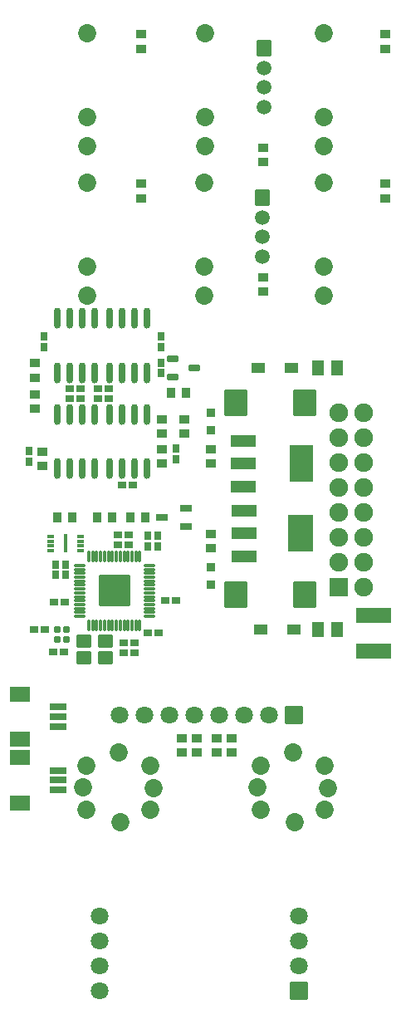
<source format=gts>
G04 Layer: TopSolderMaskLayer*
G04 EasyEDA v6.5.29, 2023-07-19 20:14:37*
G04 41db7a399fb243939f9e48431119433e,5a6b42c53f6a479593ecc07194224c93,10*
G04 Gerber Generator version 0.2*
G04 Scale: 100 percent, Rotated: No, Reflected: No *
G04 Dimensions in millimeters *
G04 leading zeros omitted , absolute positions ,4 integer and 5 decimal *
%FSLAX45Y45*%
%MOMM*%

%AMMACRO1*1,1,$1,$2,$3*1,1,$1,$4,$5*1,1,$1,0-$2,0-$3*1,1,$1,0-$4,0-$5*20,1,$1,$2,$3,$4,$5,0*20,1,$1,$4,$5,0-$2,0-$3,0*20,1,$1,0-$2,0-$3,0-$4,0-$5,0*20,1,$1,0-$4,0-$5,$2,$3,0*4,1,4,$2,$3,$4,$5,0-$2,0-$3,0-$4,0-$5,$2,$3,0*%
%ADD10MACRO1,0.1016X0.85X-0.85X0.85X0.85*%
%ADD11C,1.8016*%
%ADD12MACRO1,0.1016X0.9X-0.9X0.9X0.9*%
%ADD13C,1.9016*%
%ADD14MACRO1,0.1016X1.7496X-0.7033X-1.7496X-0.7033*%
%ADD15MACRO1,0.1016X1.7496X0.7033X-1.7496X0.7033*%
%ADD16MACRO1,0.1016X-0.432X0.4032X0.432X0.4032*%
%ADD17MACRO1,0.1016X-0.432X-0.4032X0.432X-0.4032*%
%ADD18MACRO1,0.1016X0.432X-0.4032X-0.432X-0.4032*%
%ADD19MACRO1,0.1016X0.432X0.4032X-0.432X0.4032*%
%ADD20MACRO1,0.1016X-0.395X-0.27X-0.395X0.27*%
%ADD21MACRO1,0.1016X0.395X-0.27X0.395X0.27*%
%ADD22MACRO1,0.1016X0.395X0.27X0.395X-0.27*%
%ADD23MACRO1,0.1016X-0.395X0.27X-0.395X-0.27*%
%ADD24MACRO1,0.1016X-0.27X0.395X0.27X0.395*%
%ADD25MACRO1,0.1016X-0.27X-0.395X0.27X-0.395*%
%ADD26O,0.68961X2.1466048*%
%ADD27MACRO1,0.1016X-0.4X0.4X0.4X0.4*%
%ADD28MACRO1,0.1016X1.1038X1.296X1.1038X-1.296*%
%ADD29MACRO1,0.1016X-1.1038X1.296X-1.1038X-1.296*%
%ADD30C,1.8532*%
%ADD31MACRO1,0.1016X-0.85X-0.85X0.85X-0.85*%
%ADD32MACRO1,0.1016X0.27X-0.395X-0.27X-0.395*%
%ADD33MACRO1,0.1016X0.27X0.395X-0.27X0.395*%
%ADD34MACRO1,0.1016X0.7X-0.6X0.7X0.6*%
%ADD35MACRO1,0.1016X-0.7X-0.6X-0.7X0.6*%
%ADD36MACRO1,0.1016X-0.7X0.6X-0.7X-0.6*%
%ADD37MACRO1,0.1016X0.7X0.6X0.7X-0.6*%
%ADD38MACRO1,0.1X-0.55X0.1X0.55X0.1*%
%ADD39MACRO1,0.1X-0.1X-0.55X-0.1X0.55*%
%ADD40MACRO1,0.1X0.55X-0.1X-0.55X-0.1*%
%ADD41MACRO1,0.1X0.1X0.55X0.1X-0.55*%
%ADD42MACRO1,0.1X-1.55X1.55X1.55X1.55*%
%ADD43MACRO1,0.1016X-0.3X0.14X0.3X0.14*%
%ADD44MACRO1,0.1016X0.15X-0.85X-0.15X-0.85*%
%ADD45MACRO1,0.1016X0.275X-0.275X-0.275X-0.275*%
%ADD46MACRO1,0.1016X0.775X0.3X0.775X-0.3*%
%ADD47MACRO1,0.1016X1X0.75X1X-0.75*%
%ADD48MACRO1,0.1016X-0.535X0.3X0.535X0.3*%
%ADD49MACRO1,0.1016X0.4X-0.4X-0.4X-0.4*%
%ADD50MACRO1,0.1016X-0.4032X-0.432X-0.4032X0.432*%
%ADD51MACRO1,0.1016X0.4032X-0.432X0.4032X0.432*%
%ADD52R,0.6416X0.8917*%
%ADD53MACRO1,0.1016X-0.5188X0.266X-0.5188X-0.266*%
%ADD54MACRO1,0.1016X-0.5663X0.6885X-0.5663X-0.6885*%
%ADD55MACRO1,0.1016X0.5663X0.6885X0.5663X-0.6885*%
%ADD56MACRO1,0.1016X0.6X-0.475X-0.6X-0.475*%
%ADD57MACRO1,0.1016X-0.6X0.475X0.6X0.475*%
%ADD58MACRO1,0.1016X1.25X-0.55X-1.25X-0.55*%
%ADD59MACRO1,0.1016X-1.17X-1.8X-1.17X1.8*%
%ADD60MACRO1,0.1016X-1.2325X0.525X-1.2325X-0.525*%
%ADD61MACRO1,0.1016X-1.2325X-1.77X-1.2325X1.77*%
%ADD62C,1.5016*%
%ADD63MACRO1,0.1016X0.7X0.762X0.7X-0.762*%
%ADD64C,0.0123*%

%LPD*%
D10*
G01*
X77693Y-6350000D03*
D11*
G01*
X77698Y-6096000D03*
G01*
X77698Y-5842000D03*
G01*
X77698Y-5588000D03*
G01*
X-1954301Y-5588000D03*
G01*
X-1954301Y-6350000D03*
G01*
X-1954301Y-6096000D03*
G01*
X-1954301Y-5842000D03*
D12*
G01*
X477697Y-2235197D03*
D13*
G01*
X731697Y-2235200D03*
G01*
X477697Y-1981200D03*
G01*
X731697Y-1981200D03*
G01*
X477697Y-1727200D03*
G01*
X731697Y-1727200D03*
G01*
X477697Y-1473200D03*
G01*
X731697Y-1473200D03*
G01*
X477697Y-1219200D03*
G01*
X731697Y-1219200D03*
G01*
X477697Y-965200D03*
G01*
X731697Y-965200D03*
G01*
X477697Y-711200D03*
G01*
X731697Y-711200D03*
G01*
X477697Y-457200D03*
G01*
X731697Y-457200D03*
D14*
G01*
X838199Y-2519766D03*
D15*
G01*
X838199Y-2890433D03*
D16*
G01*
X-1117605Y-3923424D03*
D17*
G01*
X-1117605Y-3772775D03*
D16*
G01*
X-965205Y-3923424D03*
D17*
G01*
X-965205Y-3772775D03*
D16*
G01*
X-609605Y-3923424D03*
D17*
G01*
X-609605Y-3772775D03*
D16*
G01*
X-762005Y-3923424D03*
D17*
G01*
X-762005Y-3772775D03*
D18*
G01*
X-292100Y926224D03*
D19*
G01*
X-292100Y775575D03*
D18*
G01*
X-292100Y2247024D03*
D19*
G01*
X-292100Y2096375D03*
D20*
G01*
X-1863194Y-215900D03*
D21*
G01*
X-1972205Y-215900D03*
D22*
G01*
X-2264305Y-215900D03*
D23*
G01*
X-2155294Y-215900D03*
D24*
G01*
X-2527300Y212194D03*
D25*
G01*
X-2527300Y321205D03*
D18*
G01*
X-825500Y-826375D03*
D19*
G01*
X-825500Y-977024D03*
D26*
G01*
X-1854200Y-48640D03*
G01*
X-1727200Y-48640D03*
G01*
X-1600200Y-48640D03*
G01*
X-1473200Y-48640D03*
G01*
X-1854200Y505840D03*
G01*
X-1727200Y505840D03*
G01*
X-1600200Y505840D03*
G01*
X-1473200Y505840D03*
D24*
G01*
X-1333500Y212194D03*
D25*
G01*
X-1333500Y321205D03*
D18*
G01*
X952499Y1878724D03*
D19*
G01*
X952499Y1728075D03*
D18*
G01*
X952499Y3402724D03*
D19*
G01*
X952499Y3252075D03*
D26*
G01*
X-2387600Y-48640D03*
G01*
X-2260600Y-48640D03*
G01*
X-2133600Y-48640D03*
G01*
X-2006600Y-48640D03*
G01*
X-2387600Y505840D03*
G01*
X-2260600Y505840D03*
G01*
X-2133600Y505840D03*
G01*
X-2006600Y505840D03*
D27*
G01*
X-825500Y-631189D03*
G01*
X-825500Y-461010D03*
D28*
G01*
X-571926Y-2311400D03*
D29*
G01*
X130322Y-2311400D03*
D30*
G01*
X-2087676Y3408298D03*
G01*
X-2087676Y2558313D03*
G01*
X-2087676Y2258288D03*
G01*
X-881176Y3408298D03*
G01*
X-881176Y2558313D03*
G01*
X-881176Y2258288D03*
G01*
X325323Y3408298D03*
G01*
X325323Y2558313D03*
G01*
X325323Y2258288D03*
G01*
X-2087676Y1884298D03*
G01*
X-2087676Y1034313D03*
G01*
X-2087676Y734288D03*
G01*
X-893876Y1884298D03*
G01*
X-893876Y1034313D03*
G01*
X-893876Y734288D03*
G01*
X325323Y1884298D03*
G01*
X325323Y1034313D03*
G01*
X325323Y734288D03*
G01*
X-1440002Y-4508500D03*
G01*
X-2090013Y-4508500D03*
G01*
X-1440002Y-4058488D03*
G01*
X-2090013Y-4058488D03*
G01*
X-1764995Y-3923512D03*
G01*
X-1405001Y-4283506D03*
G01*
X-1744802Y-4635500D03*
G01*
X-2125802Y-4279900D03*
G01*
X337997Y-4508500D03*
G01*
X-312013Y-4508500D03*
G01*
X337997Y-4058488D03*
G01*
X-312013Y-4058488D03*
G01*
X13004Y-3923512D03*
G01*
X372998Y-4283506D03*
G01*
X33197Y-4635500D03*
G01*
X-347802Y-4279900D03*
D31*
G01*
X20502Y-3543292D03*
D11*
G01*
X-233502Y-3543300D03*
G01*
X-487502Y-3543300D03*
G01*
X-741502Y-3543300D03*
G01*
X-995502Y-3543300D03*
G01*
X-1249502Y-3543300D03*
G01*
X-1503502Y-3543300D03*
G01*
X-1757502Y-3543300D03*
D32*
G01*
X-1465402Y-1710794D03*
D33*
G01*
X-1465402Y-1819805D03*
D22*
G01*
X-1773908Y-1803400D03*
D23*
G01*
X-1664896Y-1803400D03*
D24*
G01*
X-1363802Y-1819805D03*
D25*
G01*
X-1363802Y-1710794D03*
D34*
G01*
X-2121499Y-2955190D03*
D35*
G01*
X-1901499Y-2955190D03*
D36*
G01*
X-1901499Y-2785188D03*
D37*
G01*
X-2121499Y-2785188D03*
D22*
G01*
X-2434305Y-2895602D03*
D23*
G01*
X-2325293Y-2895602D03*
D22*
G01*
X-1710408Y-2908300D03*
D23*
G01*
X-1601396Y-2908300D03*
D22*
G01*
X-1710408Y-2806700D03*
D23*
G01*
X-1601396Y-2806700D03*
D38*
G01*
X-2163309Y-2013295D03*
G01*
X-2163309Y-2053300D03*
G01*
X-2163309Y-2093305D03*
G01*
X-2163309Y-2133310D03*
G01*
X-2163309Y-2173290D03*
G01*
X-2163309Y-2213295D03*
G01*
X-2163309Y-2253300D03*
G01*
X-2163309Y-2293305D03*
G01*
X-2163309Y-2333310D03*
G01*
X-2163309Y-2373289D03*
G01*
X-2163309Y-2413294D03*
G01*
X-2163309Y-2453299D03*
G01*
X-2163309Y-2493304D03*
G01*
X-2163309Y-2533309D03*
D39*
G01*
X-2068294Y-2628298D03*
G01*
X-2028314Y-2628298D03*
G01*
X-1988309Y-2628298D03*
G01*
X-1948304Y-2628298D03*
G01*
X-1908299Y-2628298D03*
G01*
X-1868294Y-2628298D03*
G01*
X-1828314Y-2628298D03*
G01*
X-1788309Y-2628298D03*
G01*
X-1748304Y-2628298D03*
G01*
X-1708299Y-2628298D03*
G01*
X-1668294Y-2628298D03*
G01*
X-1628315Y-2628298D03*
G01*
X-1588310Y-2628298D03*
G01*
X-1548305Y-2628298D03*
D40*
G01*
X-1453291Y-2533309D03*
G01*
X-1453291Y-2493304D03*
G01*
X-1453291Y-2453299D03*
G01*
X-1453291Y-2413294D03*
G01*
X-1453291Y-2373289D03*
G01*
X-1453291Y-2333310D03*
G01*
X-1453291Y-2293305D03*
G01*
X-1453291Y-2253300D03*
G01*
X-1453291Y-2213295D03*
G01*
X-1453291Y-2173290D03*
G01*
X-1453291Y-2133310D03*
G01*
X-1453291Y-2093305D03*
G01*
X-1453291Y-2053300D03*
G01*
X-1453291Y-2013295D03*
D41*
G01*
X-1548305Y-1918307D03*
G01*
X-1588310Y-1918307D03*
G01*
X-1628315Y-1918307D03*
G01*
X-1668294Y-1918307D03*
G01*
X-1708299Y-1918307D03*
G01*
X-1748304Y-1918307D03*
G01*
X-1788309Y-1918307D03*
G01*
X-1828314Y-1918307D03*
G01*
X-1868294Y-1918307D03*
G01*
X-1908299Y-1918307D03*
G01*
X-1948304Y-1918307D03*
G01*
X-1988309Y-1918307D03*
G01*
X-2028314Y-1918307D03*
G01*
X-2068294Y-1918307D03*
D42*
G01*
X-1808304Y-2273297D03*
D20*
G01*
X-1664896Y-1701800D03*
D21*
G01*
X-1773908Y-1701800D03*
D22*
G01*
X-1469108Y-2705100D03*
D23*
G01*
X-1360096Y-2705100D03*
D22*
G01*
X-1291308Y-2374900D03*
D23*
G01*
X-1182296Y-2374900D03*
D43*
G01*
X-2152860Y-1865703D03*
G01*
X-2152860Y-1815691D03*
G01*
X-2152860Y-1765703D03*
G01*
X-2152860Y-1715691D03*
G01*
X-2454343Y-1865703D03*
G01*
X-2454343Y-1815691D03*
G01*
X-2454343Y-1765703D03*
G01*
X-2454343Y-1715691D03*
D44*
G01*
X-2303604Y-1790700D03*
D32*
G01*
X-2303599Y-2002899D03*
D33*
G01*
X-2303599Y-2111910D03*
D32*
G01*
X-2405199Y-2002899D03*
D33*
G01*
X-2405199Y-2111910D03*
D20*
G01*
X-2312596Y-2387600D03*
D21*
G01*
X-2421608Y-2387600D03*
D20*
G01*
X-2515796Y-2667000D03*
D21*
G01*
X-2624808Y-2667000D03*
D45*
G01*
X-2294197Y-2765325D03*
G01*
X-2294197Y-2670309D03*
G01*
X-2389220Y-2670304D03*
G01*
X-2389219Y-2765325D03*
D46*
G01*
X-2384348Y-3456000D03*
G01*
X-2384348Y-3556000D03*
G01*
X-2384348Y-3655999D03*
D47*
G01*
X-2771848Y-3786000D03*
G01*
X-2771848Y-3326001D03*
D48*
G01*
X-1075202Y-1618996D03*
G01*
X-1075202Y-1429003D03*
G01*
X-1322202Y-1524000D03*
D46*
G01*
X-2384348Y-4103700D03*
G01*
X-2384348Y-4203700D03*
G01*
X-2384348Y-4303699D03*
D47*
G01*
X-2771848Y-4433700D03*
G01*
X-2771848Y-3973701D03*
D49*
G01*
X-825500Y-2035810D03*
G01*
X-825500Y-2205989D03*
D16*
G01*
X-825500Y-1840624D03*
D17*
G01*
X-825500Y-1689975D03*
D50*
G01*
X-1491677Y-1524000D03*
D51*
G01*
X-1642327Y-1524000D03*
D50*
G01*
X-1834577Y-1524000D03*
D51*
G01*
X-1985227Y-1524000D03*
D50*
G01*
X-2236075Y-1524000D03*
D51*
G01*
X-2386724Y-1524000D03*
D20*
G01*
X-2155294Y-317500D03*
D21*
G01*
X-2264305Y-317500D03*
D26*
G01*
X-1854200Y-1026540D03*
G01*
X-1727200Y-1026540D03*
G01*
X-1600200Y-1026540D03*
G01*
X-1473200Y-1026540D03*
G01*
X-1854200Y-472059D03*
G01*
X-1727200Y-472059D03*
G01*
X-1600200Y-472059D03*
G01*
X-1473200Y-472059D03*
G01*
X-2387600Y-1026540D03*
G01*
X-2260600Y-1026540D03*
G01*
X-2133600Y-1026540D03*
G01*
X-2006600Y-1026540D03*
G01*
X-2387600Y-472059D03*
G01*
X-2260600Y-472059D03*
G01*
X-2133600Y-472059D03*
G01*
X-2006600Y-472059D03*
D32*
G01*
X-2679700Y-847194D03*
D52*
G01*
X-2679700Y-956208D03*
D24*
G01*
X-1181100Y-930805D03*
D25*
G01*
X-1181100Y-821794D03*
D18*
G01*
X-1320800Y-826375D03*
D19*
G01*
X-1320800Y-977024D03*
D16*
G01*
X-2540000Y-1002424D03*
D17*
G01*
X-2540000Y-851775D03*
D18*
G01*
X-2616200Y-267575D03*
D19*
G01*
X-2616200Y-418224D03*
D18*
G01*
X-1536700Y3402724D03*
D19*
G01*
X-1536700Y3252075D03*
D18*
G01*
X-1536700Y1878724D03*
D19*
G01*
X-1536700Y1728075D03*
D53*
G01*
X-1215025Y94999D03*
G01*
X-1215025Y-94999D03*
G01*
X-994774Y0D03*
D50*
G01*
X-1080375Y-254000D03*
D51*
G01*
X-1231024Y-254000D03*
D18*
G01*
X-2616200Y49924D03*
D19*
G01*
X-2616200Y-100724D03*
D18*
G01*
X-1320800Y-521575D03*
D19*
G01*
X-1320800Y-672224D03*
D18*
G01*
X-1092200Y-521575D03*
D19*
G01*
X-1092200Y-672224D03*
D24*
G01*
X-1333500Y-54505D03*
D25*
G01*
X-1333500Y54505D03*
D20*
G01*
X-1621894Y-1193800D03*
D21*
G01*
X-1730905Y-1193800D03*
D20*
G01*
X-1863194Y-317500D03*
D21*
G01*
X-1972205Y-317500D03*
D54*
G01*
X460024Y-2667003D03*
D55*
G01*
X266771Y-2667003D03*
D54*
G01*
X464926Y-3D03*
D55*
G01*
X271673Y-3D03*
D56*
G01*
X-340004Y0D03*
G01*
X-1Y0D03*
D57*
G01*
X25399Y-2667000D03*
G01*
X-314604Y-2667000D03*
D58*
G01*
X-492395Y-747902D03*
G01*
X-492395Y-977900D03*
G01*
X-492395Y-1207897D03*
D59*
G01*
X101599Y-977900D03*
D60*
G01*
X-481152Y-1459100D03*
G01*
X-481152Y-1689100D03*
G01*
X-481152Y-1919099D03*
D61*
G01*
X90347Y-1689100D03*
D28*
G01*
X-571926Y-355600D03*
D29*
G01*
X130322Y-355600D03*
D62*
G01*
X-284302Y2659100D03*
G01*
X-284302Y2859100D03*
G01*
X-284302Y3059099D03*
D63*
G01*
X-284299Y3259094D03*
D62*
G01*
X-297002Y1135100D03*
G01*
X-297002Y1335100D03*
G01*
X-297002Y1535099D03*
D63*
G01*
X-296999Y1735096D03*
M02*

</source>
